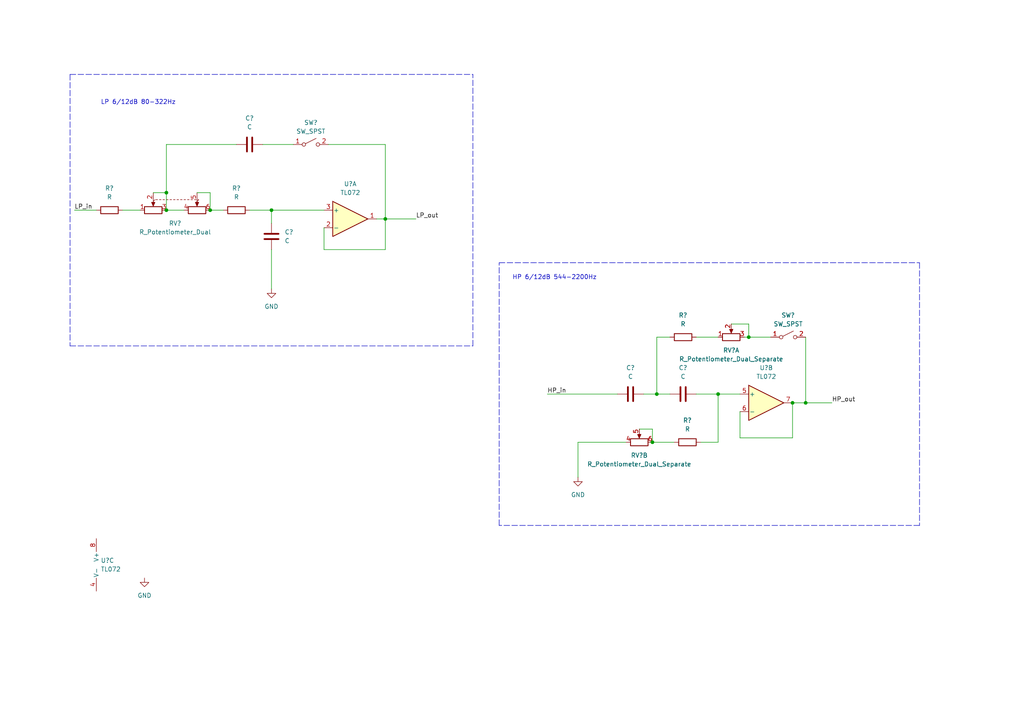
<source format=kicad_sch>
(kicad_sch (version 20211123) (generator eeschema)

  (uuid ad250a13-f813-4d06-b3d4-1aaa2eb41785)

  (paper "A4")

  (lib_symbols
    (symbol "Amplifier_Operational:TL072" (pin_names (offset 0.127)) (in_bom yes) (on_board yes)
      (property "Reference" "U" (id 0) (at 0 5.08 0)
        (effects (font (size 1.27 1.27)) (justify left))
      )
      (property "Value" "TL072" (id 1) (at 0 -5.08 0)
        (effects (font (size 1.27 1.27)) (justify left))
      )
      (property "Footprint" "" (id 2) (at 0 0 0)
        (effects (font (size 1.27 1.27)) hide)
      )
      (property "Datasheet" "http://www.ti.com/lit/ds/symlink/tl071.pdf" (id 3) (at 0 0 0)
        (effects (font (size 1.27 1.27)) hide)
      )
      (property "ki_locked" "" (id 4) (at 0 0 0)
        (effects (font (size 1.27 1.27)))
      )
      (property "ki_keywords" "dual opamp" (id 5) (at 0 0 0)
        (effects (font (size 1.27 1.27)) hide)
      )
      (property "ki_description" "Dual Low-Noise JFET-Input Operational Amplifiers, DIP-8/SOIC-8" (id 6) (at 0 0 0)
        (effects (font (size 1.27 1.27)) hide)
      )
      (property "ki_fp_filters" "SOIC*3.9x4.9mm*P1.27mm* DIP*W7.62mm* TO*99* OnSemi*Micro8* TSSOP*3x3mm*P0.65mm* TSSOP*4.4x3mm*P0.65mm* MSOP*3x3mm*P0.65mm* SSOP*3.9x4.9mm*P0.635mm* LFCSP*2x2mm*P0.5mm* *SIP* SOIC*5.3x6.2mm*P1.27mm*" (id 7) (at 0 0 0)
        (effects (font (size 1.27 1.27)) hide)
      )
      (symbol "TL072_1_1"
        (polyline
          (pts
            (xy -5.08 5.08)
            (xy 5.08 0)
            (xy -5.08 -5.08)
            (xy -5.08 5.08)
          )
          (stroke (width 0.254) (type default) (color 0 0 0 0))
          (fill (type background))
        )
        (pin output line (at 7.62 0 180) (length 2.54)
          (name "~" (effects (font (size 1.27 1.27))))
          (number "1" (effects (font (size 1.27 1.27))))
        )
        (pin input line (at -7.62 -2.54 0) (length 2.54)
          (name "-" (effects (font (size 1.27 1.27))))
          (number "2" (effects (font (size 1.27 1.27))))
        )
        (pin input line (at -7.62 2.54 0) (length 2.54)
          (name "+" (effects (font (size 1.27 1.27))))
          (number "3" (effects (font (size 1.27 1.27))))
        )
      )
      (symbol "TL072_2_1"
        (polyline
          (pts
            (xy -5.08 5.08)
            (xy 5.08 0)
            (xy -5.08 -5.08)
            (xy -5.08 5.08)
          )
          (stroke (width 0.254) (type default) (color 0 0 0 0))
          (fill (type background))
        )
        (pin input line (at -7.62 2.54 0) (length 2.54)
          (name "+" (effects (font (size 1.27 1.27))))
          (number "5" (effects (font (size 1.27 1.27))))
        )
        (pin input line (at -7.62 -2.54 0) (length 2.54)
          (name "-" (effects (font (size 1.27 1.27))))
          (number "6" (effects (font (size 1.27 1.27))))
        )
        (pin output line (at 7.62 0 180) (length 2.54)
          (name "~" (effects (font (size 1.27 1.27))))
          (number "7" (effects (font (size 1.27 1.27))))
        )
      )
      (symbol "TL072_3_1"
        (pin power_in line (at -2.54 -7.62 90) (length 3.81)
          (name "V-" (effects (font (size 1.27 1.27))))
          (number "4" (effects (font (size 1.27 1.27))))
        )
        (pin power_in line (at -2.54 7.62 270) (length 3.81)
          (name "V+" (effects (font (size 1.27 1.27))))
          (number "8" (effects (font (size 1.27 1.27))))
        )
      )
    )
    (symbol "Device:C" (pin_numbers hide) (pin_names (offset 0.254)) (in_bom yes) (on_board yes)
      (property "Reference" "C" (id 0) (at 0.635 2.54 0)
        (effects (font (size 1.27 1.27)) (justify left))
      )
      (property "Value" "C" (id 1) (at 0.635 -2.54 0)
        (effects (font (size 1.27 1.27)) (justify left))
      )
      (property "Footprint" "" (id 2) (at 0.9652 -3.81 0)
        (effects (font (size 1.27 1.27)) hide)
      )
      (property "Datasheet" "~" (id 3) (at 0 0 0)
        (effects (font (size 1.27 1.27)) hide)
      )
      (property "ki_keywords" "cap capacitor" (id 4) (at 0 0 0)
        (effects (font (size 1.27 1.27)) hide)
      )
      (property "ki_description" "Unpolarized capacitor" (id 5) (at 0 0 0)
        (effects (font (size 1.27 1.27)) hide)
      )
      (property "ki_fp_filters" "C_*" (id 6) (at 0 0 0)
        (effects (font (size 1.27 1.27)) hide)
      )
      (symbol "C_0_1"
        (polyline
          (pts
            (xy -2.032 -0.762)
            (xy 2.032 -0.762)
          )
          (stroke (width 0.508) (type default) (color 0 0 0 0))
          (fill (type none))
        )
        (polyline
          (pts
            (xy -2.032 0.762)
            (xy 2.032 0.762)
          )
          (stroke (width 0.508) (type default) (color 0 0 0 0))
          (fill (type none))
        )
      )
      (symbol "C_1_1"
        (pin passive line (at 0 3.81 270) (length 2.794)
          (name "~" (effects (font (size 1.27 1.27))))
          (number "1" (effects (font (size 1.27 1.27))))
        )
        (pin passive line (at 0 -3.81 90) (length 2.794)
          (name "~" (effects (font (size 1.27 1.27))))
          (number "2" (effects (font (size 1.27 1.27))))
        )
      )
    )
    (symbol "Device:R" (pin_numbers hide) (pin_names (offset 0)) (in_bom yes) (on_board yes)
      (property "Reference" "R" (id 0) (at 2.032 0 90)
        (effects (font (size 1.27 1.27)))
      )
      (property "Value" "R" (id 1) (at 0 0 90)
        (effects (font (size 1.27 1.27)))
      )
      (property "Footprint" "" (id 2) (at -1.778 0 90)
        (effects (font (size 1.27 1.27)) hide)
      )
      (property "Datasheet" "~" (id 3) (at 0 0 0)
        (effects (font (size 1.27 1.27)) hide)
      )
      (property "ki_keywords" "R res resistor" (id 4) (at 0 0 0)
        (effects (font (size 1.27 1.27)) hide)
      )
      (property "ki_description" "Resistor" (id 5) (at 0 0 0)
        (effects (font (size 1.27 1.27)) hide)
      )
      (property "ki_fp_filters" "R_*" (id 6) (at 0 0 0)
        (effects (font (size 1.27 1.27)) hide)
      )
      (symbol "R_0_1"
        (rectangle (start -1.016 -2.54) (end 1.016 2.54)
          (stroke (width 0.254) (type default) (color 0 0 0 0))
          (fill (type none))
        )
      )
      (symbol "R_1_1"
        (pin passive line (at 0 3.81 270) (length 1.27)
          (name "~" (effects (font (size 1.27 1.27))))
          (number "1" (effects (font (size 1.27 1.27))))
        )
        (pin passive line (at 0 -3.81 90) (length 1.27)
          (name "~" (effects (font (size 1.27 1.27))))
          (number "2" (effects (font (size 1.27 1.27))))
        )
      )
    )
    (symbol "Device:R_Potentiometer_Dual" (pin_names (offset 1.016) hide) (in_bom yes) (on_board yes)
      (property "Reference" "RV" (id 0) (at 0 3.81 0)
        (effects (font (size 1.27 1.27)))
      )
      (property "Value" "R_Potentiometer_Dual" (id 1) (at 0 1.905 0)
        (effects (font (size 1.27 1.27)))
      )
      (property "Footprint" "" (id 2) (at 6.35 -1.905 0)
        (effects (font (size 1.27 1.27)) hide)
      )
      (property "Datasheet" "~" (id 3) (at 6.35 -1.905 0)
        (effects (font (size 1.27 1.27)) hide)
      )
      (property "ki_keywords" "resistor variable" (id 4) (at 0 0 0)
        (effects (font (size 1.27 1.27)) hide)
      )
      (property "ki_description" "Dual potentiometer" (id 5) (at 0 0 0)
        (effects (font (size 1.27 1.27)) hide)
      )
      (property "ki_fp_filters" "Potentiometer*" (id 6) (at 0 0 0)
        (effects (font (size 1.27 1.27)) hide)
      )
      (symbol "R_Potentiometer_Dual_0_1"
        (rectangle (start -8.89 -1.524) (end -3.81 -3.556)
          (stroke (width 0.254) (type default) (color 0 0 0 0))
          (fill (type none))
        )
        (polyline
          (pts
            (xy -6.35 0)
            (xy -6.35 -1.016)
          )
          (stroke (width 0) (type default) (color 0 0 0 0))
          (fill (type none))
        )
        (polyline
          (pts
            (xy -6.35 0)
            (xy -6.35 -1.016)
          )
          (stroke (width 0) (type default) (color 0 0 0 0))
          (fill (type none))
        )
        (polyline
          (pts
            (xy -6.35 0)
            (xy -5.842 0.508)
          )
          (stroke (width 0) (type default) (color 0 0 0 0))
          (fill (type none))
        )
        (polyline
          (pts
            (xy -5.588 0.508)
            (xy -5.08 0.508)
          )
          (stroke (width 0) (type default) (color 0 0 0 0))
          (fill (type none))
        )
        (polyline
          (pts
            (xy -4.572 0.508)
            (xy -4.064 0.508)
          )
          (stroke (width 0) (type default) (color 0 0 0 0))
          (fill (type none))
        )
        (polyline
          (pts
            (xy -3.556 0.508)
            (xy -3.048 0.508)
          )
          (stroke (width 0) (type default) (color 0 0 0 0))
          (fill (type none))
        )
        (polyline
          (pts
            (xy -2.54 0.508)
            (xy -2.032 0.508)
          )
          (stroke (width 0) (type default) (color 0 0 0 0))
          (fill (type none))
        )
        (polyline
          (pts
            (xy -1.524 0.508)
            (xy -1.016 0.508)
          )
          (stroke (width 0) (type default) (color 0 0 0 0))
          (fill (type none))
        )
        (polyline
          (pts
            (xy -0.508 0.508)
            (xy 0 0.508)
          )
          (stroke (width 0) (type default) (color 0 0 0 0))
          (fill (type none))
        )
        (polyline
          (pts
            (xy 0.508 0.508)
            (xy 1.016 0.508)
          )
          (stroke (width 0) (type default) (color 0 0 0 0))
          (fill (type none))
        )
        (polyline
          (pts
            (xy 1.524 0.508)
            (xy 2.032 0.508)
          )
          (stroke (width 0) (type default) (color 0 0 0 0))
          (fill (type none))
        )
        (polyline
          (pts
            (xy 2.54 0.508)
            (xy 3.048 0.508)
          )
          (stroke (width 0) (type default) (color 0 0 0 0))
          (fill (type none))
        )
        (polyline
          (pts
            (xy 3.556 0.508)
            (xy 4.064 0.508)
          )
          (stroke (width 0) (type default) (color 0 0 0 0))
          (fill (type none))
        )
        (polyline
          (pts
            (xy 4.572 0.508)
            (xy 5.08 0.508)
          )
          (stroke (width 0) (type default) (color 0 0 0 0))
          (fill (type none))
        )
        (polyline
          (pts
            (xy 5.588 0.508)
            (xy 6.096 0.508)
          )
          (stroke (width 0) (type default) (color 0 0 0 0))
          (fill (type none))
        )
        (polyline
          (pts
            (xy 6.35 0)
            (xy 6.35 -1.016)
          )
          (stroke (width 0) (type default) (color 0 0 0 0))
          (fill (type none))
        )
        (polyline
          (pts
            (xy 6.35 0)
            (xy 6.35 -1.016)
          )
          (stroke (width 0) (type default) (color 0 0 0 0))
          (fill (type none))
        )
        (polyline
          (pts
            (xy 6.604 0.508)
            (xy 6.858 0.508)
            (xy 6.35 0)
          )
          (stroke (width 0) (type default) (color 0 0 0 0))
          (fill (type none))
        )
        (polyline
          (pts
            (xy -6.35 -1.397)
            (xy -6.858 -0.254)
            (xy -5.842 -0.254)
            (xy -6.35 -1.397)
          )
          (stroke (width 0) (type default) (color 0 0 0 0))
          (fill (type outline))
        )
        (polyline
          (pts
            (xy 6.35 -1.397)
            (xy 5.842 -0.254)
            (xy 6.858 -0.254)
            (xy 6.35 -1.397)
          )
          (stroke (width 0) (type default) (color 0 0 0 0))
          (fill (type outline))
        )
        (rectangle (start 3.81 -1.524) (end 8.89 -3.556)
          (stroke (width 0.254) (type default) (color 0 0 0 0))
          (fill (type none))
        )
      )
      (symbol "R_Potentiometer_Dual_1_1"
        (pin passive line (at -10.16 -2.54 0) (length 1.27)
          (name "1" (effects (font (size 1.27 1.27))))
          (number "1" (effects (font (size 1.27 1.27))))
        )
        (pin passive line (at -6.35 2.54 270) (length 2.54)
          (name "2" (effects (font (size 1.27 1.27))))
          (number "2" (effects (font (size 1.27 1.27))))
        )
        (pin passive line (at -2.54 -2.54 180) (length 1.27)
          (name "3" (effects (font (size 1.27 1.27))))
          (number "3" (effects (font (size 1.27 1.27))))
        )
        (pin passive line (at 2.54 -2.54 0) (length 1.27)
          (name "4" (effects (font (size 1.27 1.27))))
          (number "4" (effects (font (size 1.27 1.27))))
        )
        (pin passive line (at 6.35 2.54 270) (length 2.54)
          (name "5" (effects (font (size 1.27 1.27))))
          (number "5" (effects (font (size 1.27 1.27))))
        )
        (pin passive line (at 10.16 -2.54 180) (length 1.27)
          (name "6" (effects (font (size 1.27 1.27))))
          (number "6" (effects (font (size 1.27 1.27))))
        )
      )
    )
    (symbol "Device:R_Potentiometer_Dual_Separate" (pin_names (offset 1.016) hide) (in_bom yes) (on_board yes)
      (property "Reference" "RV" (id 0) (at -4.445 0 90)
        (effects (font (size 1.27 1.27)))
      )
      (property "Value" "R_Potentiometer_Dual_Separate" (id 1) (at -2.54 0 90)
        (effects (font (size 1.27 1.27)))
      )
      (property "Footprint" "" (id 2) (at 0 0 0)
        (effects (font (size 1.27 1.27)) hide)
      )
      (property "Datasheet" "~" (id 3) (at 0 0 0)
        (effects (font (size 1.27 1.27)) hide)
      )
      (property "ki_keywords" "resistor variable" (id 4) (at 0 0 0)
        (effects (font (size 1.27 1.27)) hide)
      )
      (property "ki_description" "Dual potentiometer, separate units" (id 5) (at 0 0 0)
        (effects (font (size 1.27 1.27)) hide)
      )
      (property "ki_fp_filters" "Potentiometer*" (id 6) (at 0 0 0)
        (effects (font (size 1.27 1.27)) hide)
      )
      (symbol "R_Potentiometer_Dual_Separate_0_1"
        (polyline
          (pts
            (xy 2.54 0)
            (xy 1.524 0)
          )
          (stroke (width 0) (type default) (color 0 0 0 0))
          (fill (type none))
        )
        (polyline
          (pts
            (xy 1.143 0)
            (xy 2.286 0.508)
            (xy 2.286 -0.508)
            (xy 1.143 0)
          )
          (stroke (width 0) (type default) (color 0 0 0 0))
          (fill (type outline))
        )
        (rectangle (start 1.016 2.54) (end -1.016 -2.54)
          (stroke (width 0.254) (type default) (color 0 0 0 0))
          (fill (type none))
        )
      )
      (symbol "R_Potentiometer_Dual_Separate_1_1"
        (pin passive line (at 0 3.81 270) (length 1.27)
          (name "1" (effects (font (size 1.27 1.27))))
          (number "1" (effects (font (size 1.27 1.27))))
        )
        (pin passive line (at 3.81 0 180) (length 1.27)
          (name "2" (effects (font (size 1.27 1.27))))
          (number "2" (effects (font (size 1.27 1.27))))
        )
        (pin passive line (at 0 -3.81 90) (length 1.27)
          (name "3" (effects (font (size 1.27 1.27))))
          (number "3" (effects (font (size 1.27 1.27))))
        )
      )
      (symbol "R_Potentiometer_Dual_Separate_2_1"
        (pin passive line (at 0 3.81 270) (length 1.27)
          (name "4" (effects (font (size 1.27 1.27))))
          (number "4" (effects (font (size 1.27 1.27))))
        )
        (pin passive line (at 3.81 0 180) (length 1.27)
          (name "5" (effects (font (size 1.27 1.27))))
          (number "5" (effects (font (size 1.27 1.27))))
        )
        (pin passive line (at 0 -3.81 90) (length 1.27)
          (name "6" (effects (font (size 1.27 1.27))))
          (number "6" (effects (font (size 1.27 1.27))))
        )
      )
    )
    (symbol "Switch:SW_SPST" (pin_names (offset 0) hide) (in_bom yes) (on_board yes)
      (property "Reference" "SW" (id 0) (at 0 3.175 0)
        (effects (font (size 1.27 1.27)))
      )
      (property "Value" "SW_SPST" (id 1) (at 0 -2.54 0)
        (effects (font (size 1.27 1.27)))
      )
      (property "Footprint" "" (id 2) (at 0 0 0)
        (effects (font (size 1.27 1.27)) hide)
      )
      (property "Datasheet" "~" (id 3) (at 0 0 0)
        (effects (font (size 1.27 1.27)) hide)
      )
      (property "ki_keywords" "switch lever" (id 4) (at 0 0 0)
        (effects (font (size 1.27 1.27)) hide)
      )
      (property "ki_description" "Single Pole Single Throw (SPST) switch" (id 5) (at 0 0 0)
        (effects (font (size 1.27 1.27)) hide)
      )
      (symbol "SW_SPST_0_0"
        (circle (center -2.032 0) (radius 0.508)
          (stroke (width 0) (type default) (color 0 0 0 0))
          (fill (type none))
        )
        (polyline
          (pts
            (xy -1.524 0.254)
            (xy 1.524 1.778)
          )
          (stroke (width 0) (type default) (color 0 0 0 0))
          (fill (type none))
        )
        (circle (center 2.032 0) (radius 0.508)
          (stroke (width 0) (type default) (color 0 0 0 0))
          (fill (type none))
        )
      )
      (symbol "SW_SPST_1_1"
        (pin passive line (at -5.08 0 0) (length 2.54)
          (name "A" (effects (font (size 1.27 1.27))))
          (number "1" (effects (font (size 1.27 1.27))))
        )
        (pin passive line (at 5.08 0 180) (length 2.54)
          (name "B" (effects (font (size 1.27 1.27))))
          (number "2" (effects (font (size 1.27 1.27))))
        )
      )
    )
    (symbol "power:GND" (power) (pin_names (offset 0)) (in_bom yes) (on_board yes)
      (property "Reference" "#PWR" (id 0) (at 0 -6.35 0)
        (effects (font (size 1.27 1.27)) hide)
      )
      (property "Value" "GND" (id 1) (at 0 -3.81 0)
        (effects (font (size 1.27 1.27)))
      )
      (property "Footprint" "" (id 2) (at 0 0 0)
        (effects (font (size 1.27 1.27)) hide)
      )
      (property "Datasheet" "" (id 3) (at 0 0 0)
        (effects (font (size 1.27 1.27)) hide)
      )
      (property "ki_keywords" "power-flag" (id 4) (at 0 0 0)
        (effects (font (size 1.27 1.27)) hide)
      )
      (property "ki_description" "Power symbol creates a global label with name \"GND\" , ground" (id 5) (at 0 0 0)
        (effects (font (size 1.27 1.27)) hide)
      )
      (symbol "GND_0_1"
        (polyline
          (pts
            (xy 0 0)
            (xy 0 -1.27)
            (xy 1.27 -1.27)
            (xy 0 -2.54)
            (xy -1.27 -1.27)
            (xy 0 -1.27)
          )
          (stroke (width 0) (type default) (color 0 0 0 0))
          (fill (type none))
        )
      )
      (symbol "GND_1_1"
        (pin power_in line (at 0 0 270) (length 0) hide
          (name "GND" (effects (font (size 1.27 1.27))))
          (number "1" (effects (font (size 1.27 1.27))))
        )
      )
    )
  )

  (junction (at 217.17 97.79) (diameter 0) (color 0 0 0 0)
    (uuid 0c9b988a-23be-4d82-9971-31b9d4377d29)
  )
  (junction (at 189.23 128.27) (diameter 0) (color 0 0 0 0)
    (uuid 5208a0f0-7311-466c-8892-9417c43d770a)
  )
  (junction (at 60.96 60.96) (diameter 0) (color 0 0 0 0)
    (uuid 840943a8-91cf-41af-8ede-7053e4db22ae)
  )
  (junction (at 229.87 116.84) (diameter 0) (color 0 0 0 0)
    (uuid a17e6bb4-c925-4ea1-9377-8681f145f286)
  )
  (junction (at 190.5 114.3) (diameter 0) (color 0 0 0 0)
    (uuid bd42bff2-7246-44a8-86d7-eb7b15d49a3c)
  )
  (junction (at 208.28 114.3) (diameter 0) (color 0 0 0 0)
    (uuid ded5290a-3596-485f-9293-96f83fa54064)
  )
  (junction (at 48.26 60.96) (diameter 0) (color 0 0 0 0)
    (uuid eccd2cda-dd19-4ac1-ae91-f427160e79ff)
  )
  (junction (at 233.68 116.84) (diameter 0) (color 0 0 0 0)
    (uuid ee3919f1-a258-4696-a554-c9baad30623c)
  )
  (junction (at 48.26 55.88) (diameter 0) (color 0 0 0 0)
    (uuid efff4943-cc37-432d-a05d-343554b14174)
  )
  (junction (at 78.74 60.96) (diameter 0) (color 0 0 0 0)
    (uuid f3dec8de-6dfe-484f-909b-53771fff9bac)
  )
  (junction (at 111.76 63.5) (diameter 0) (color 0 0 0 0)
    (uuid fe3cc2a0-84ba-4004-9ec4-56b3551a5ed5)
  )

  (wire (pts (xy 78.74 72.39) (xy 78.74 83.82))
    (stroke (width 0) (type default) (color 0 0 0 0))
    (uuid 034b2f84-4388-4cd8-a924-d16377a68272)
  )
  (wire (pts (xy 214.63 119.38) (xy 214.63 127))
    (stroke (width 0) (type default) (color 0 0 0 0))
    (uuid 0663e19e-c744-42f0-89d0-b5847cff912d)
  )
  (wire (pts (xy 93.98 72.39) (xy 111.76 72.39))
    (stroke (width 0) (type default) (color 0 0 0 0))
    (uuid 0798f1d0-e022-492c-bb5e-6e1aebd54bd6)
  )
  (wire (pts (xy 208.28 128.27) (xy 208.28 114.3))
    (stroke (width 0) (type default) (color 0 0 0 0))
    (uuid 0fa0c3a3-d8a1-41a0-a31d-5d217da18d6d)
  )
  (wire (pts (xy 48.26 55.88) (xy 44.45 55.88))
    (stroke (width 0) (type default) (color 0 0 0 0))
    (uuid 132fd1e7-7970-4b00-9364-10767b4efe29)
  )
  (wire (pts (xy 189.23 128.27) (xy 189.23 124.46))
    (stroke (width 0) (type default) (color 0 0 0 0))
    (uuid 13d7442e-9591-4ae1-a0e3-e74c28127489)
  )
  (wire (pts (xy 190.5 114.3) (xy 194.31 114.3))
    (stroke (width 0) (type default) (color 0 0 0 0))
    (uuid 1c991992-724b-4b26-ac8d-047fd07ff1be)
  )
  (wire (pts (xy 229.87 116.84) (xy 229.87 127))
    (stroke (width 0) (type default) (color 0 0 0 0))
    (uuid 200852d9-4758-46b0-9d23-ec7f348b07ef)
  )
  (wire (pts (xy 57.15 55.88) (xy 60.96 55.88))
    (stroke (width 0) (type default) (color 0 0 0 0))
    (uuid 20845cca-d23d-4d18-9fa5-67a009516e47)
  )
  (wire (pts (xy 35.56 60.96) (xy 40.64 60.96))
    (stroke (width 0) (type default) (color 0 0 0 0))
    (uuid 2132ca3b-7149-4dc0-8b26-bca16d167189)
  )
  (wire (pts (xy 186.69 114.3) (xy 190.5 114.3))
    (stroke (width 0) (type default) (color 0 0 0 0))
    (uuid 2b056f37-27d3-4c7e-bac8-af431ea6eb5d)
  )
  (wire (pts (xy 167.64 128.27) (xy 167.64 138.43))
    (stroke (width 0) (type default) (color 0 0 0 0))
    (uuid 2b5ee951-88de-4499-9030-51f930f9e826)
  )
  (wire (pts (xy 93.98 66.04) (xy 93.98 72.39))
    (stroke (width 0) (type default) (color 0 0 0 0))
    (uuid 301311c4-d13c-4c89-8a7c-6ef3699c1d4b)
  )
  (wire (pts (xy 111.76 63.5) (xy 120.65 63.5))
    (stroke (width 0) (type default) (color 0 0 0 0))
    (uuid 33d98d84-e1c9-496e-9d6b-b11a9af6042a)
  )
  (polyline (pts (xy 137.16 100.33) (xy 137.16 21.59))
    (stroke (width 0) (type default) (color 0 0 0 0))
    (uuid 350d7009-b83b-449c-b76d-4450645a52d6)
  )

  (wire (pts (xy 229.87 116.84) (xy 233.68 116.84))
    (stroke (width 0) (type default) (color 0 0 0 0))
    (uuid 4ad13d4b-d913-473e-8871-a0bcabec17ca)
  )
  (wire (pts (xy 111.76 63.5) (xy 111.76 41.91))
    (stroke (width 0) (type default) (color 0 0 0 0))
    (uuid 4eb4815d-cadc-484c-8fcd-c4b395060ace)
  )
  (wire (pts (xy 21.59 60.96) (xy 27.94 60.96))
    (stroke (width 0) (type default) (color 0 0 0 0))
    (uuid 54fc225b-79e6-400e-bced-7c3123948d35)
  )
  (wire (pts (xy 208.28 114.3) (xy 214.63 114.3))
    (stroke (width 0) (type default) (color 0 0 0 0))
    (uuid 5ba4224d-a8fd-470b-b722-680ed674fac2)
  )
  (wire (pts (xy 78.74 60.96) (xy 93.98 60.96))
    (stroke (width 0) (type default) (color 0 0 0 0))
    (uuid 6b4d05aa-ec46-4afc-83af-9c08aa1b7eff)
  )
  (wire (pts (xy 190.5 97.79) (xy 190.5 114.3))
    (stroke (width 0) (type default) (color 0 0 0 0))
    (uuid 6dd23fc5-eacd-4a8a-aef2-f42401817569)
  )
  (wire (pts (xy 76.2 41.91) (xy 85.09 41.91))
    (stroke (width 0) (type default) (color 0 0 0 0))
    (uuid 6e9c4674-7210-4b17-bc33-6be8a83ae25a)
  )
  (polyline (pts (xy 266.7 152.4) (xy 144.78 152.4))
    (stroke (width 0) (type default) (color 0 0 0 0))
    (uuid 7bc96d56-40c7-46c4-a215-7ebbd3b829ea)
  )

  (wire (pts (xy 48.26 41.91) (xy 68.58 41.91))
    (stroke (width 0) (type default) (color 0 0 0 0))
    (uuid 7e1de04f-f54f-4a35-b1a8-6eb27955a9ea)
  )
  (wire (pts (xy 111.76 41.91) (xy 95.25 41.91))
    (stroke (width 0) (type default) (color 0 0 0 0))
    (uuid 7f2548e3-ea60-4975-807d-5a5fd2863155)
  )
  (wire (pts (xy 217.17 93.98) (xy 217.17 97.79))
    (stroke (width 0) (type default) (color 0 0 0 0))
    (uuid 877d1689-5307-46e7-be12-0d9684b317af)
  )
  (wire (pts (xy 201.93 97.79) (xy 208.28 97.79))
    (stroke (width 0) (type default) (color 0 0 0 0))
    (uuid 87fc2a64-7c5b-41cc-8845-78cd67dbdca3)
  )
  (wire (pts (xy 72.39 60.96) (xy 78.74 60.96))
    (stroke (width 0) (type default) (color 0 0 0 0))
    (uuid 94143516-1529-493d-bed7-3881997bdda7)
  )
  (wire (pts (xy 109.22 63.5) (xy 111.76 63.5))
    (stroke (width 0) (type default) (color 0 0 0 0))
    (uuid 95cc1b4f-fad0-4bd8-87ef-125fffe1f894)
  )
  (wire (pts (xy 217.17 97.79) (xy 223.52 97.79))
    (stroke (width 0) (type default) (color 0 0 0 0))
    (uuid 9aa7f852-cae9-40e6-bf6f-9ee90aedda67)
  )
  (wire (pts (xy 203.2 128.27) (xy 208.28 128.27))
    (stroke (width 0) (type default) (color 0 0 0 0))
    (uuid 9bd42591-a118-4a93-8ea3-7a0215b515e6)
  )
  (polyline (pts (xy 266.7 76.2) (xy 266.7 152.4))
    (stroke (width 0) (type default) (color 0 0 0 0))
    (uuid 9d004636-172f-43a6-960b-ac139bb2b0da)
  )
  (polyline (pts (xy 20.32 100.33) (xy 137.16 100.33))
    (stroke (width 0) (type default) (color 0 0 0 0))
    (uuid 9dc8e2f1-73f4-4924-965a-4d1d43b68d8c)
  )

  (wire (pts (xy 48.26 60.96) (xy 48.26 55.88))
    (stroke (width 0) (type default) (color 0 0 0 0))
    (uuid a11ebc68-4560-4733-8fbc-e139d03ee1be)
  )
  (wire (pts (xy 233.68 116.84) (xy 241.3 116.84))
    (stroke (width 0) (type default) (color 0 0 0 0))
    (uuid a4d182a9-8da7-4c20-b836-aee2c54ebd46)
  )
  (wire (pts (xy 189.23 124.46) (xy 185.42 124.46))
    (stroke (width 0) (type default) (color 0 0 0 0))
    (uuid a7e2a1ff-7fc6-4975-9fbb-e15cac621acf)
  )
  (wire (pts (xy 60.96 60.96) (xy 64.77 60.96))
    (stroke (width 0) (type default) (color 0 0 0 0))
    (uuid a8b0acc6-289e-4b78-9672-e0f0229c0557)
  )
  (wire (pts (xy 48.26 55.88) (xy 48.26 41.91))
    (stroke (width 0) (type default) (color 0 0 0 0))
    (uuid af92b492-569c-4594-9b04-5561faa5625d)
  )
  (wire (pts (xy 201.93 114.3) (xy 208.28 114.3))
    (stroke (width 0) (type default) (color 0 0 0 0))
    (uuid b5dae672-e264-4f15-a72a-e295b00265fb)
  )
  (wire (pts (xy 215.9 97.79) (xy 217.17 97.79))
    (stroke (width 0) (type default) (color 0 0 0 0))
    (uuid baa48f2a-9043-41d8-8308-791034e7b4b1)
  )
  (wire (pts (xy 158.75 114.3) (xy 179.07 114.3))
    (stroke (width 0) (type default) (color 0 0 0 0))
    (uuid cc508d9d-7e47-41b7-a52a-394f0e6abeff)
  )
  (polyline (pts (xy 20.32 21.59) (xy 20.32 100.33))
    (stroke (width 0) (type default) (color 0 0 0 0))
    (uuid cc67736b-3b20-49c3-ba0f-3ef7d40fb5df)
  )

  (wire (pts (xy 48.26 60.96) (xy 53.34 60.96))
    (stroke (width 0) (type default) (color 0 0 0 0))
    (uuid ccc52b8f-d7d0-47f7-98a9-cbf14bbf7bd4)
  )
  (wire (pts (xy 233.68 97.79) (xy 233.68 116.84))
    (stroke (width 0) (type default) (color 0 0 0 0))
    (uuid d1435cd3-0731-4019-870b-534aa7c8fb9e)
  )
  (wire (pts (xy 60.96 55.88) (xy 60.96 60.96))
    (stroke (width 0) (type default) (color 0 0 0 0))
    (uuid d9fe7927-57b9-491e-8be4-0cd99aa24be1)
  )
  (wire (pts (xy 189.23 128.27) (xy 195.58 128.27))
    (stroke (width 0) (type default) (color 0 0 0 0))
    (uuid db5a789a-6569-4f0f-8267-a8c50278d2d0)
  )
  (polyline (pts (xy 20.32 21.59) (xy 137.16 21.59))
    (stroke (width 0) (type default) (color 0 0 0 0))
    (uuid ddf65dc6-5111-4c11-9d39-4dc69d14a807)
  )

  (wire (pts (xy 167.64 128.27) (xy 181.61 128.27))
    (stroke (width 0) (type default) (color 0 0 0 0))
    (uuid dea658bb-90de-4ffa-951d-f0906690427f)
  )
  (wire (pts (xy 194.31 97.79) (xy 190.5 97.79))
    (stroke (width 0) (type default) (color 0 0 0 0))
    (uuid e25da05e-9a87-4c33-8ca6-87cdcd65d729)
  )
  (wire (pts (xy 229.87 127) (xy 214.63 127))
    (stroke (width 0) (type default) (color 0 0 0 0))
    (uuid ef4dad65-e5c2-48aa-b49e-942f4a163b97)
  )
  (polyline (pts (xy 144.78 152.4) (xy 144.78 76.2))
    (stroke (width 0) (type default) (color 0 0 0 0))
    (uuid f2e5324f-6e3f-45fb-aa1a-f6f8e2c09aac)
  )

  (wire (pts (xy 78.74 60.96) (xy 78.74 64.77))
    (stroke (width 0) (type default) (color 0 0 0 0))
    (uuid f5dd94c1-476f-4876-92d5-630750cbe295)
  )
  (wire (pts (xy 212.09 93.98) (xy 217.17 93.98))
    (stroke (width 0) (type default) (color 0 0 0 0))
    (uuid f63c1402-43e7-49d4-8375-7a3a0e9fff26)
  )
  (wire (pts (xy 111.76 72.39) (xy 111.76 63.5))
    (stroke (width 0) (type default) (color 0 0 0 0))
    (uuid f81917d6-79d7-4cb5-977c-1ef8dad31c28)
  )
  (polyline (pts (xy 144.78 76.2) (xy 266.7 76.2))
    (stroke (width 0) (type default) (color 0 0 0 0))
    (uuid fc204ed0-d7bc-4f66-ad48-b934cbbdb446)
  )

  (text "LP 6/12dB 80-322Hz\n" (at 29.21 30.48 0)
    (effects (font (size 1.27 1.27)) (justify left bottom))
    (uuid 4724f8f9-3d0a-44cc-aa4f-ad2101e156ca)
  )
  (text "HP 6/12dB 544-2200Hz" (at 148.59 81.28 0)
    (effects (font (size 1.27 1.27)) (justify left bottom))
    (uuid 68a53720-cd1a-4cbc-8a53-048afdaa6e46)
  )

  (label "LP_in" (at 21.59 60.96 0)
    (effects (font (size 1.27 1.27)) (justify left bottom))
    (uuid 120f1089-3d03-4f72-a898-edc293d79e19)
  )
  (label "HP_in" (at 158.75 114.3 0)
    (effects (font (size 1.27 1.27)) (justify left bottom))
    (uuid 3c4e843e-faa2-45d7-9846-27819cee6453)
  )
  (label "HP_out" (at 241.3 116.84 0)
    (effects (font (size 1.27 1.27)) (justify left bottom))
    (uuid f068a9e9-4b42-418e-97bf-35329a5fa2eb)
  )
  (label "LP_out" (at 120.65 63.5 0)
    (effects (font (size 1.27 1.27)) (justify left bottom))
    (uuid f2002891-9529-4375-ad15-b2644ad607ae)
  )

  (symbol (lib_id "Device:R") (at 199.39 128.27 270) (unit 1)
    (in_bom yes) (on_board yes) (fields_autoplaced)
    (uuid 0629324d-141f-4e28-b747-4ffa575be030)
    (property "Reference" "R?" (id 0) (at 199.39 121.92 90))
    (property "Value" "R" (id 1) (at 199.39 124.46 90))
    (property "Footprint" "" (id 2) (at 199.39 126.492 90)
      (effects (font (size 1.27 1.27)) hide)
    )
    (property "Datasheet" "~" (id 3) (at 199.39 128.27 0)
      (effects (font (size 1.27 1.27)) hide)
    )
    (pin "1" (uuid bf58b826-b950-4989-bad9-3c814f72612a))
    (pin "2" (uuid 5562bb66-cb42-4592-a3a9-bc12571db62d))
  )

  (symbol (lib_id "Switch:SW_SPST") (at 90.17 41.91 0) (unit 1)
    (in_bom yes) (on_board yes) (fields_autoplaced)
    (uuid 0eb66c5f-841a-4134-83c6-bcdafc82544c)
    (property "Reference" "SW?" (id 0) (at 90.17 35.56 0))
    (property "Value" "SW_SPST" (id 1) (at 90.17 38.1 0))
    (property "Footprint" "" (id 2) (at 90.17 41.91 0)
      (effects (font (size 1.27 1.27)) hide)
    )
    (property "Datasheet" "~" (id 3) (at 90.17 41.91 0)
      (effects (font (size 1.27 1.27)) hide)
    )
    (pin "1" (uuid c23b8718-4943-4e2c-9b68-02da04c01bc1))
    (pin "2" (uuid 6406cfbc-aebe-4d31-a8e4-b4f1280f8a42))
  )

  (symbol (lib_id "Device:C") (at 78.74 68.58 0) (unit 1)
    (in_bom yes) (on_board yes) (fields_autoplaced)
    (uuid 1d1c1cc4-336b-475a-8eff-4944b5343bb2)
    (property "Reference" "C?" (id 0) (at 82.55 67.3099 0)
      (effects (font (size 1.27 1.27)) (justify left))
    )
    (property "Value" "C" (id 1) (at 82.55 69.8499 0)
      (effects (font (size 1.27 1.27)) (justify left))
    )
    (property "Footprint" "" (id 2) (at 79.7052 72.39 0)
      (effects (font (size 1.27 1.27)) hide)
    )
    (property "Datasheet" "~" (id 3) (at 78.74 68.58 0)
      (effects (font (size 1.27 1.27)) hide)
    )
    (pin "1" (uuid ea3cda1f-0992-42c0-ae40-d2d8eed1baf3))
    (pin "2" (uuid 6150f1c3-0812-45c9-9f0c-0a15de578e93))
  )

  (symbol (lib_id "Amplifier_Operational:TL072") (at 222.25 116.84 0) (unit 2)
    (in_bom yes) (on_board yes) (fields_autoplaced)
    (uuid 35becd7a-92d0-44a6-ae35-21c03b28456d)
    (property "Reference" "U?" (id 0) (at 222.25 106.68 0))
    (property "Value" "TL072" (id 1) (at 222.25 109.22 0))
    (property "Footprint" "" (id 2) (at 222.25 116.84 0)
      (effects (font (size 1.27 1.27)) hide)
    )
    (property "Datasheet" "http://www.ti.com/lit/ds/symlink/tl071.pdf" (id 3) (at 222.25 116.84 0)
      (effects (font (size 1.27 1.27)) hide)
    )
    (pin "1" (uuid eafe9782-351f-4b3d-902f-a39da6bd5445))
    (pin "2" (uuid c765723c-ea16-4505-a93c-4ab16bb012b8))
    (pin "3" (uuid dfd3ebd5-bf0b-48ec-9c22-f50e875a6be2))
    (pin "5" (uuid f3099981-5371-4896-920e-ac9368aaa5d9))
    (pin "6" (uuid a90c8e66-5639-4709-badf-c596155f8512))
    (pin "7" (uuid af6887ea-c70f-4bf1-a98a-6697a12e2fdb))
    (pin "4" (uuid 822e85b0-8bc3-4a1f-bb5c-7ab99c147763))
    (pin "8" (uuid 7144a80f-43ce-4340-9769-3935cfe34c28))
  )

  (symbol (lib_id "Device:R_Potentiometer_Dual_Separate") (at 212.09 97.79 90) (unit 1)
    (in_bom yes) (on_board yes) (fields_autoplaced)
    (uuid 3d55def2-aab2-4b57-a620-1c8c6a2dbece)
    (property "Reference" "RV?" (id 0) (at 212.09 101.6 90))
    (property "Value" "R_Potentiometer_Dual_Separate" (id 1) (at 212.09 104.14 90))
    (property "Footprint" "" (id 2) (at 212.09 97.79 0)
      (effects (font (size 1.27 1.27)) hide)
    )
    (property "Datasheet" "~" (id 3) (at 212.09 97.79 0)
      (effects (font (size 1.27 1.27)) hide)
    )
    (pin "1" (uuid 9b873b70-0c05-4fb9-9966-f4b00893ed40))
    (pin "2" (uuid f4e0f58e-7fdd-45f4-a5e3-6b2dd51e0104))
    (pin "3" (uuid 782237ec-b58b-4a89-9432-0e7f42349255))
    (pin "4" (uuid 3573340a-c2cb-4517-b73e-b36ce157a200))
    (pin "5" (uuid 4e8a4233-1f95-43db-9bb0-072470c0f4e8))
    (pin "6" (uuid b42eab0a-b5b5-43a0-b450-bd57d54fe5fd))
  )

  (symbol (lib_id "Amplifier_Operational:TL072") (at 30.48 163.83 0) (unit 3)
    (in_bom yes) (on_board yes) (fields_autoplaced)
    (uuid 48ba17c0-1d07-40c1-82d2-607b5ab0e900)
    (property "Reference" "U?" (id 0) (at 29.21 162.5599 0)
      (effects (font (size 1.27 1.27)) (justify left))
    )
    (property "Value" "TL072" (id 1) (at 29.21 165.0999 0)
      (effects (font (size 1.27 1.27)) (justify left))
    )
    (property "Footprint" "" (id 2) (at 30.48 163.83 0)
      (effects (font (size 1.27 1.27)) hide)
    )
    (property "Datasheet" "http://www.ti.com/lit/ds/symlink/tl071.pdf" (id 3) (at 30.48 163.83 0)
      (effects (font (size 1.27 1.27)) hide)
    )
    (pin "1" (uuid 7d67d45c-1a6b-417c-9f89-8f4a473e2cdc))
    (pin "2" (uuid ea966306-e2fa-4f27-8a5c-b233369c6a44))
    (pin "3" (uuid a3330fa9-f60a-4238-95b5-4840c5c0116a))
    (pin "5" (uuid e92adc72-4e10-4adb-88cf-cecf9e22685a))
    (pin "6" (uuid 7a554388-e80b-453b-aeaa-59f151052541))
    (pin "7" (uuid cc11c802-d9a2-4941-9540-0481a369ed22))
    (pin "4" (uuid 97ba63db-6a67-470d-b1a4-0fa472f0c8f6))
    (pin "8" (uuid aa3aac3b-c684-4fbf-b02b-1b09f64bf5d3))
  )

  (symbol (lib_id "Amplifier_Operational:TL072") (at 101.6 63.5 0) (unit 1)
    (in_bom yes) (on_board yes) (fields_autoplaced)
    (uuid 608ff889-50c1-45ec-8c0d-9f238665e55e)
    (property "Reference" "U?" (id 0) (at 101.6 53.34 0))
    (property "Value" "TL072" (id 1) (at 101.6 55.88 0))
    (property "Footprint" "" (id 2) (at 101.6 63.5 0)
      (effects (font (size 1.27 1.27)) hide)
    )
    (property "Datasheet" "http://www.ti.com/lit/ds/symlink/tl071.pdf" (id 3) (at 101.6 63.5 0)
      (effects (font (size 1.27 1.27)) hide)
    )
    (pin "1" (uuid 8640495d-5380-404e-b2d8-f845c2b18383))
    (pin "2" (uuid 52ce5cb1-c8a0-4939-abee-fa9984e8be0a))
    (pin "3" (uuid 46ec7ee1-c2ef-4a7c-8219-be8a27f079d1))
    (pin "5" (uuid 6ed84ca4-8d81-4d73-9eac-88201de1d787))
    (pin "6" (uuid 654387f7-0b06-48ca-bdd6-700bf6472999))
    (pin "7" (uuid b0d04b67-3c8a-45ba-aa64-478a41401f12))
    (pin "4" (uuid 55d4724f-b646-4c48-be57-a42fad6a59b2))
    (pin "8" (uuid dcf383d6-cc04-48f1-9bff-9954da5a2326))
  )

  (symbol (lib_id "power:GND") (at 41.91 167.64 0) (unit 1)
    (in_bom yes) (on_board yes) (fields_autoplaced)
    (uuid 6ea442ba-0c65-4f52-89a3-05e2fb3faac5)
    (property "Reference" "#PWR?" (id 0) (at 41.91 173.99 0)
      (effects (font (size 1.27 1.27)) hide)
    )
    (property "Value" "GND" (id 1) (at 41.91 172.72 0))
    (property "Footprint" "" (id 2) (at 41.91 167.64 0)
      (effects (font (size 1.27 1.27)) hide)
    )
    (property "Datasheet" "" (id 3) (at 41.91 167.64 0)
      (effects (font (size 1.27 1.27)) hide)
    )
    (pin "1" (uuid f658fff6-5f49-47f9-be69-ffdfe6a2ee56))
  )

  (symbol (lib_id "Device:R") (at 31.75 60.96 270) (unit 1)
    (in_bom yes) (on_board yes) (fields_autoplaced)
    (uuid 84f7d17b-4d57-4630-b496-4d5b42224ff0)
    (property "Reference" "R?" (id 0) (at 31.75 54.61 90))
    (property "Value" "R" (id 1) (at 31.75 57.15 90))
    (property "Footprint" "" (id 2) (at 31.75 59.182 90)
      (effects (font (size 1.27 1.27)) hide)
    )
    (property "Datasheet" "~" (id 3) (at 31.75 60.96 0)
      (effects (font (size 1.27 1.27)) hide)
    )
    (pin "1" (uuid 70ba00ea-8cdd-49bd-943a-6823d86b2996))
    (pin "2" (uuid 27cb0912-407b-4c42-9012-eb96d8166a57))
  )

  (symbol (lib_id "Device:C") (at 72.39 41.91 270) (unit 1)
    (in_bom yes) (on_board yes) (fields_autoplaced)
    (uuid 8aa89f07-8b5d-4e6a-bf8a-9f8c594365ce)
    (property "Reference" "C?" (id 0) (at 72.39 34.29 90))
    (property "Value" "C" (id 1) (at 72.39 36.83 90))
    (property "Footprint" "" (id 2) (at 68.58 42.8752 0)
      (effects (font (size 1.27 1.27)) hide)
    )
    (property "Datasheet" "~" (id 3) (at 72.39 41.91 0)
      (effects (font (size 1.27 1.27)) hide)
    )
    (pin "1" (uuid 37a10bb9-aabb-4821-a8c1-d929cf832372))
    (pin "2" (uuid 7f0d3992-afb6-4758-a398-c85054a3aa4f))
  )

  (symbol (lib_id "power:GND") (at 78.74 83.82 0) (unit 1)
    (in_bom yes) (on_board yes) (fields_autoplaced)
    (uuid 918db72f-e4d7-46fe-a17e-ac366c49eae0)
    (property "Reference" "#PWR?" (id 0) (at 78.74 90.17 0)
      (effects (font (size 1.27 1.27)) hide)
    )
    (property "Value" "GND" (id 1) (at 78.74 88.9 0))
    (property "Footprint" "" (id 2) (at 78.74 83.82 0)
      (effects (font (size 1.27 1.27)) hide)
    )
    (property "Datasheet" "" (id 3) (at 78.74 83.82 0)
      (effects (font (size 1.27 1.27)) hide)
    )
    (pin "1" (uuid 04d20f3e-4fae-47d3-b177-da72ba1db8c8))
  )

  (symbol (lib_id "power:GND") (at 167.64 138.43 0) (unit 1)
    (in_bom yes) (on_board yes) (fields_autoplaced)
    (uuid 92043e46-5e4c-4b9f-8bea-04c05a225933)
    (property "Reference" "#PWR?" (id 0) (at 167.64 144.78 0)
      (effects (font (size 1.27 1.27)) hide)
    )
    (property "Value" "GND" (id 1) (at 167.64 143.51 0))
    (property "Footprint" "" (id 2) (at 167.64 138.43 0)
      (effects (font (size 1.27 1.27)) hide)
    )
    (property "Datasheet" "" (id 3) (at 167.64 138.43 0)
      (effects (font (size 1.27 1.27)) hide)
    )
    (pin "1" (uuid 419d11cd-0a53-4f0e-82ac-2c21978706af))
  )

  (symbol (lib_id "Device:C") (at 182.88 114.3 270) (unit 1)
    (in_bom yes) (on_board yes) (fields_autoplaced)
    (uuid aa21d443-5c4b-4825-b29c-6672283fc214)
    (property "Reference" "C?" (id 0) (at 182.88 106.68 90))
    (property "Value" "C" (id 1) (at 182.88 109.22 90))
    (property "Footprint" "" (id 2) (at 179.07 115.2652 0)
      (effects (font (size 1.27 1.27)) hide)
    )
    (property "Datasheet" "~" (id 3) (at 182.88 114.3 0)
      (effects (font (size 1.27 1.27)) hide)
    )
    (pin "1" (uuid 7243a78b-0a55-46fc-96a0-59a7bbdf7b89))
    (pin "2" (uuid b5df6161-cfba-4821-a996-926bb52bf352))
  )

  (symbol (lib_id "Device:R_Potentiometer_Dual_Separate") (at 185.42 128.27 90) (unit 2)
    (in_bom yes) (on_board yes) (fields_autoplaced)
    (uuid c41afe88-1fc9-4bd3-aee0-d7e0c106bc49)
    (property "Reference" "RV?" (id 0) (at 185.42 132.08 90))
    (property "Value" "R_Potentiometer_Dual_Separate" (id 1) (at 185.42 134.62 90))
    (property "Footprint" "" (id 2) (at 185.42 128.27 0)
      (effects (font (size 1.27 1.27)) hide)
    )
    (property "Datasheet" "~" (id 3) (at 185.42 128.27 0)
      (effects (font (size 1.27 1.27)) hide)
    )
    (pin "1" (uuid 1df8222c-ea1c-4721-a8a8-142e49e6ec84))
    (pin "2" (uuid 7c6cc327-647b-48dc-b87b-db905b40c95d))
    (pin "3" (uuid fa3e56d7-e7b8-4aea-8b96-77c351d88dbf))
    (pin "4" (uuid 92a626b3-9374-42c3-b669-42968d9826e2))
    (pin "5" (uuid 4f93fee8-fe6c-40ce-8b4c-43d611caa2c1))
    (pin "6" (uuid 3a600f37-ae4b-4a46-811a-72b937f8d61f))
  )

  (symbol (lib_id "Device:R") (at 68.58 60.96 270) (unit 1)
    (in_bom yes) (on_board yes) (fields_autoplaced)
    (uuid d66c175d-cf50-46eb-940c-8442449ba8f1)
    (property "Reference" "R?" (id 0) (at 68.58 54.61 90))
    (property "Value" "R" (id 1) (at 68.58 57.15 90))
    (property "Footprint" "" (id 2) (at 68.58 59.182 90)
      (effects (font (size 1.27 1.27)) hide)
    )
    (property "Datasheet" "~" (id 3) (at 68.58 60.96 0)
      (effects (font (size 1.27 1.27)) hide)
    )
    (pin "1" (uuid 383aeb10-b890-41e8-8929-2fed9aa6637f))
    (pin "2" (uuid 45dbcca9-4b15-4e2d-ba99-5141545e2e98))
  )

  (symbol (lib_id "Switch:SW_SPST") (at 228.6 97.79 0) (unit 1)
    (in_bom yes) (on_board yes) (fields_autoplaced)
    (uuid e3f165ed-ceb9-4a96-9aab-72f967b71786)
    (property "Reference" "SW?" (id 0) (at 228.6 91.44 0))
    (property "Value" "SW_SPST" (id 1) (at 228.6 93.98 0))
    (property "Footprint" "" (id 2) (at 228.6 97.79 0)
      (effects (font (size 1.27 1.27)) hide)
    )
    (property "Datasheet" "~" (id 3) (at 228.6 97.79 0)
      (effects (font (size 1.27 1.27)) hide)
    )
    (pin "1" (uuid 949c7828-79e7-48fb-b37f-569e1c4f721f))
    (pin "2" (uuid 889a92ca-fa52-4fe5-b914-4314d67cc966))
  )

  (symbol (lib_id "Device:C") (at 198.12 114.3 270) (unit 1)
    (in_bom yes) (on_board yes) (fields_autoplaced)
    (uuid e7bec106-f544-4461-8d9c-345b3f6597dd)
    (property "Reference" "C?" (id 0) (at 198.12 106.68 90))
    (property "Value" "C" (id 1) (at 198.12 109.22 90))
    (property "Footprint" "" (id 2) (at 194.31 115.2652 0)
      (effects (font (size 1.27 1.27)) hide)
    )
    (property "Datasheet" "~" (id 3) (at 198.12 114.3 0)
      (effects (font (size 1.27 1.27)) hide)
    )
    (pin "1" (uuid 9be6d6d2-75c8-4069-bb8e-9f9c5c375a18))
    (pin "2" (uuid 41946235-dd36-4048-a44a-318eee015ca7))
  )

  (symbol (lib_id "Device:R") (at 198.12 97.79 270) (unit 1)
    (in_bom yes) (on_board yes) (fields_autoplaced)
    (uuid edb28d21-c153-48ce-af56-0d03dff6b56a)
    (property "Reference" "R?" (id 0) (at 198.12 91.44 90))
    (property "Value" "R" (id 1) (at 198.12 93.98 90))
    (property "Footprint" "" (id 2) (at 198.12 96.012 90)
      (effects (font (size 1.27 1.27)) hide)
    )
    (property "Datasheet" "~" (id 3) (at 198.12 97.79 0)
      (effects (font (size 1.27 1.27)) hide)
    )
    (pin "1" (uuid d62ef8fd-6278-4aed-8d3a-0b2298400622))
    (pin "2" (uuid e1f17baf-e740-4b2b-a83c-1bc0d0d1074a))
  )

  (symbol (lib_id "Device:R_Potentiometer_Dual") (at 50.8 58.42 0) (unit 1)
    (in_bom yes) (on_board yes) (fields_autoplaced)
    (uuid f54d71c3-de64-4571-aea6-c91339da41b8)
    (property "Reference" "RV?" (id 0) (at 50.8 64.77 0))
    (property "Value" "R_Potentiometer_Dual" (id 1) (at 50.8 67.31 0))
    (property "Footprint" "" (id 2) (at 57.15 60.325 0)
      (effects (font (size 1.27 1.27)) hide)
    )
    (property "Datasheet" "~" (id 3) (at 57.15 60.325 0)
      (effects (font (size 1.27 1.27)) hide)
    )
    (pin "1" (uuid 0199a087-27fb-4758-8b8b-a2d3ffceb23a))
    (pin "2" (uuid a4c180a7-f282-46bd-ad42-57c95bbd279c))
    (pin "3" (uuid 1b9895be-c109-48d9-bfc4-8d26bc32d6a3))
    (pin "4" (uuid 8771ed05-0716-41b9-a2ae-9eb8fd164ac1))
    (pin "5" (uuid 9e953b61-bc18-48f0-908e-7116d30dbf57))
    (pin "6" (uuid 71d606bf-bb37-4c42-9827-d5d81c2c55ac))
  )

  (sheet_instances
    (path "/" (page "1"))
  )

  (symbol_instances
    (path "/6ea442ba-0c65-4f52-89a3-05e2fb3faac5"
      (reference "#PWR?") (unit 1) (value "GND") (footprint "")
    )
    (path "/918db72f-e4d7-46fe-a17e-ac366c49eae0"
      (reference "#PWR?") (unit 1) (value "GND") (footprint "")
    )
    (path "/92043e46-5e4c-4b9f-8bea-04c05a225933"
      (reference "#PWR?") (unit 1) (value "GND") (footprint "")
    )
    (path "/1d1c1cc4-336b-475a-8eff-4944b5343bb2"
      (reference "C?") (unit 1) (value "C") (footprint "")
    )
    (path "/8aa89f07-8b5d-4e6a-bf8a-9f8c594365ce"
      (reference "C?") (unit 1) (value "C") (footprint "")
    )
    (path "/aa21d443-5c4b-4825-b29c-6672283fc214"
      (reference "C?") (unit 1) (value "C") (footprint "")
    )
    (path "/e7bec106-f544-4461-8d9c-345b3f6597dd"
      (reference "C?") (unit 1) (value "C") (footprint "")
    )
    (path "/0629324d-141f-4e28-b747-4ffa575be030"
      (reference "R?") (unit 1) (value "R") (footprint "")
    )
    (path "/84f7d17b-4d57-4630-b496-4d5b42224ff0"
      (reference "R?") (unit 1) (value "R") (footprint "")
    )
    (path "/d66c175d-cf50-46eb-940c-8442449ba8f1"
      (reference "R?") (unit 1) (value "R") (footprint "")
    )
    (path "/edb28d21-c153-48ce-af56-0d03dff6b56a"
      (reference "R?") (unit 1) (value "R") (footprint "")
    )
    (path "/3d55def2-aab2-4b57-a620-1c8c6a2dbece"
      (reference "RV?") (unit 1) (value "R_Potentiometer_Dual_Separate") (footprint "")
    )
    (path "/f54d71c3-de64-4571-aea6-c91339da41b8"
      (reference "RV?") (unit 1) (value "R_Potentiometer_Dual") (footprint "")
    )
    (path "/c41afe88-1fc9-4bd3-aee0-d7e0c106bc49"
      (reference "RV?") (unit 2) (value "R_Potentiometer_Dual_Separate") (footprint "")
    )
    (path "/0eb66c5f-841a-4134-83c6-bcdafc82544c"
      (reference "SW?") (unit 1) (value "SW_SPST") (footprint "")
    )
    (path "/e3f165ed-ceb9-4a96-9aab-72f967b71786"
      (reference "SW?") (unit 1) (value "SW_SPST") (footprint "")
    )
    (path "/608ff889-50c1-45ec-8c0d-9f238665e55e"
      (reference "U?") (unit 1) (value "TL072") (footprint "")
    )
    (path "/35becd7a-92d0-44a6-ae35-21c03b28456d"
      (reference "U?") (unit 2) (value "TL072") (footprint "")
    )
    (path "/48ba17c0-1d07-40c1-82d2-607b5ab0e900"
      (reference "U?") (unit 3) (value "TL072") (footprint "")
    )
  )
)

</source>
